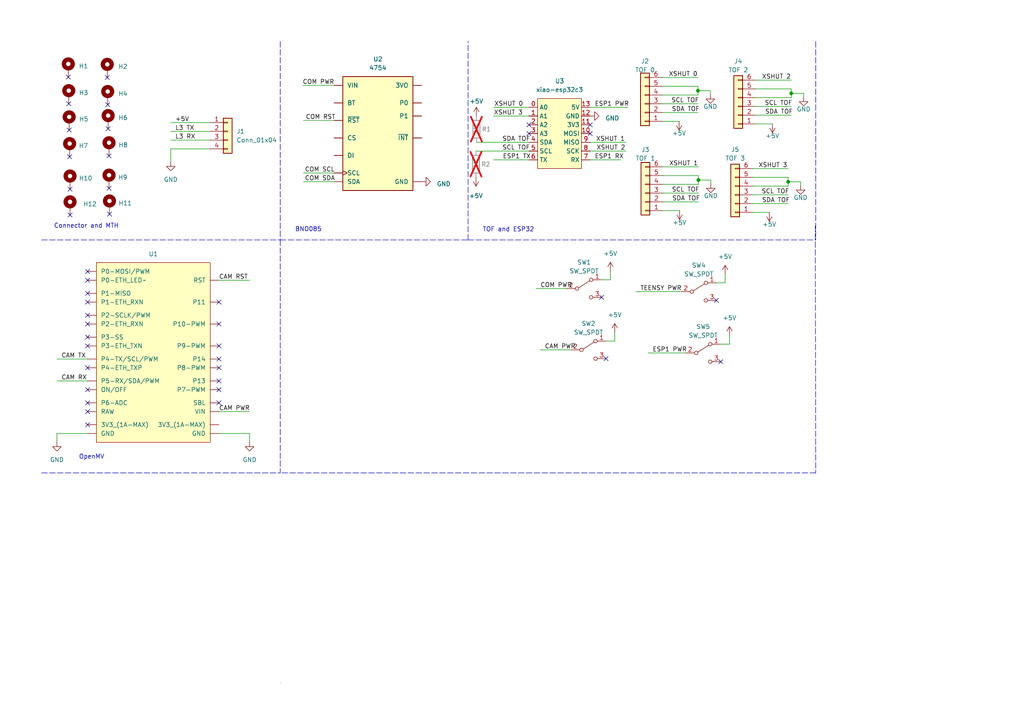
<source format=kicad_sch>
(kicad_sch (version 20231120) (generator "eeschema") (generator_version "8.0")
  (paper "A4")
  (lib_symbols
    (symbol "Connector_Generic:Conn_01x04" (pin_names (offset 1.016) hide)
      (property "Reference" "J" (at 0 5.08 0))
      (property "Value" "Conn_01x04" (at 0 -7.62 0))
      (symbol "Conn_01x04_1_1"
        (rectangle (start -1.27 -4.953) (end 0 -5.207) (stroke (width 0.1524)))
        (rectangle (start -1.27 -2.413) (end 0 -2.667) (stroke (width 0.1524)))
        (rectangle (start -1.27 0.127) (end 0 -0.127) (stroke (width 0.1524)))
        (rectangle (start -1.27 2.667) (end 0 2.413) (stroke (width 0.1524)))
        (rectangle (start -1.27 3.81) (end 1.27 -6.35) (stroke (width 0.254)) (fill (type background)))
        (pin passive line (at -5.08 2.54 0) (length 3.81) (name "Pin_1") (number "1"))
        (pin passive line (at -5.08 0 0) (length 3.81) (name "Pin_2") (number "2"))
        (pin passive line (at -5.08 -2.54 0) (length 3.81) (name "Pin_3") (number "3"))
        (pin passive line (at -5.08 -5.08 0) (length 3.81) (name "Pin_4") (number "4"))
      )
    )
    (symbol "Connector_Generic:Conn_01x06" (pin_names (offset 1.016) hide)
      (property "Reference" "J" (at 0 7.62 0))
      (property "Value" "Conn_01x06" (at 0 -10.16 0))
      (symbol "Conn_01x06_1_1"
        (rectangle (start -1.27 -7.493) (end 0 -7.747) (stroke (width 0.1524)))
        (rectangle (start -1.27 -4.953) (end 0 -5.207) (stroke (width 0.1524)))
        (rectangle (start -1.27 -2.413) (end 0 -2.667) (stroke (width 0.1524)))
        (rectangle (start -1.27 0.127) (end 0 -0.127) (stroke (width 0.1524)))
        (rectangle (start -1.27 2.667) (end 0 2.413) (stroke (width 0.1524)))
        (rectangle (start -1.27 5.207) (end 0 4.953) (stroke (width 0.1524)))
        (rectangle (start -1.27 6.35) (end 1.27 -8.89) (stroke (width 0.254)) (fill (type background)))
        (pin passive line (at -5.08 5.08 0) (length 3.81) (name "Pin_1") (number "1"))
        (pin passive line (at -5.08 2.54 0) (length 3.81) (name "Pin_2") (number "2"))
        (pin passive line (at -5.08 0 0) (length 3.81) (name "Pin_3") (number "3"))
        (pin passive line (at -5.08 -2.54 0) (length 3.81) (name "Pin_4") (number "4"))
        (pin passive line (at -5.08 -5.08 0) (length 3.81) (name "Pin_5") (number "5"))
        (pin passive line (at -5.08 -7.62 0) (length 3.81) (name "Pin_6") (number "6"))
      )
    )
    (symbol "Device:R" (pin_numbers hide) (pin_names (offset 0))
      (property "Reference" "R" (at 2.032 0 90))
      (property "Value" "R" (at 0 0 90))
      (symbol "R_0_1"
        (rectangle (start -1.016 -2.54) (end 1.016 2.54) (stroke (width 0.254)))
      )
      (symbol "R_1_1"
        (pin passive line (at 0 3.81 270) (length 1.27) (name "~") (number "1"))
        (pin passive line (at 0 -3.81 90) (length 1.27) (name "~") (number "2"))
      )
    )
    (symbol "GND_1" (power) (pin_numbers hide) (pin_names (offset 0) hide)
      (property "Value" "GND" (at 0 -3.81 0))
      (symbol "GND_1_0_1"
        (polyline (pts (xy 0 0) (xy 0 -1.27) (xy 1.27 -1.27) (xy 0 -2.54) (xy -1.27 -1.27) (xy 0 -1.27)))
      )
      (symbol "GND_1_1_1"
        (pin power_in line (at 0 0 270) (length 0) (name "~") (number "1"))
      )
    )
    (symbol "Mechanical:MountingHole_Pad" (pin_numbers hide) (pin_names (offset 1.016) hide)
      (property "Reference" "H" (at 0 6.35 0))
      (property "Value" "MountingHole_Pad" (at 0 4.445 0))
      (symbol "MountingHole_Pad_0_1"
        (circle (center 0 1.27) (radius 1.27) (stroke (width 1.27)))
      )
      (symbol "MountingHole_Pad_1_1"
        (pin input line (at 0 -2.54 90) (length 2.54) (name "1") (number "1"))
      )
    )
    (symbol "Switch:SW_SPDT" (pin_names (offset 0) hide)
      (property "Reference" "SW" (at 0 4.318 0))
      (property "Value" "SW_SPDT" (at 0 -5.08 0))
      (symbol "SW_SPDT_0_0"
        (circle (center -2.032 0) (radius 0.508))
        (circle (center 2.032 -2.54) (radius 0.508))
      )
      (symbol "SW_SPDT_0_1"
        (polyline (pts (xy -1.524 0.254) (xy 1.651 2.286)))
        (circle (center 2.032 2.54) (radius 0.508))
      )
      (symbol "SW_SPDT_1_1"
        (pin passive line (at 5.08 2.54 180) (length 2.54) (name "A") (number "1"))
        (pin passive line (at -5.08 0 0) (length 2.54) (name "B") (number "2"))
        (pin passive line (at 5.08 -2.54 180) (length 2.54) (name "C") (number "3"))
      )
    )
    (symbol "power:+5V" (power) (pin_names (offset 0))
      (property "Value" "+5V" (at 0 3.556 0))
      (symbol "+5V_0_1"
        (polyline (pts (xy -0.762 1.27) (xy 0 2.54)))
        (polyline (pts (xy 0 0) (xy 0 2.54)))
        (polyline (pts (xy 0 2.54) (xy 0.762 1.27)))
      )
      (symbol "+5V_1_1"
        (pin power_in line (at 0 0 90) (length 0) hide (name "+5V") (number "1"))
      )
    )
    (symbol "power:GND" (power) (pin_names (offset 0))
      (property "Value" "GND" (at 0 -3.81 0))
      (symbol "GND_0_1"
        (polyline (pts (xy 0 0) (xy 0 -1.27) (xy 1.27 -1.27) (xy 0 -2.54) (xy -1.27 -1.27) (xy 0 -1.27)))
      )
      (symbol "GND_1_1"
        (pin power_in line (at 0 0 270) (length 0) hide (name "GND") (number "1"))
      )
    )
    (symbol "vincent:4754" (pin_numbers hide) (pin_names (offset 1.27))
      (property "Reference" "U" (at -10.16 16.002 0))
      (property "Value" "4754" (at -10.16 -20.32 0))
      (symbol "4754_0_0"
        (rectangle (start -10.16 15.24) (end 10.16 -17.78) (stroke (width 0.254)) (fill (type background)))
      )
      (symbol "4754_1_0"
        (pin input line (at -12.7 12.7 0) (length 2.54) (name "VIN") (number "JP1_1"))
        (pin output line (at 12.7 12.7 180) (length 2.54) (name "3VO") (number "JP1_2"))
        (pin power_in line (at 12.7 -15.24 180) (length 2.54) (name "GND") (number "JP1_3"))
        (pin bidirectional clock (at -12.7 -12.7 0) (length 2.54) (name "SCL") (number "JP1_4"))
        (pin bidirectional line (at -12.7 -15.24 0) (length 2.54) (name "SDA") (number "JP1_5"))
        (pin output line (at 12.7 -2.54 180) (length 2.54) (name "~{INT}") (number "JP1_6"))
        (pin input line (at -12.7 7.62 0) (length 2.54) (name "BT") (number "JP2_1"))
        (pin bidirectional line (at 12.7 7.62 180) (length 2.54) (name "P0") (number "JP2_2"))
        (pin bidirectional line (at 12.7 3.81 180) (length 2.54) (name "P1") (number "JP2_3"))
        (pin input line (at -12.7 2.54 0) (length 2.54) (name "~{RST}") (number "JP2_4"))
        (pin input line (at -12.7 -7.62 0) (length 2.54) (name "DI") (number "JP2_5"))
        (pin input line (at -12.7 -2.54 0) (length 2.54) (name "CS") (number "JP2_6"))
      )
    )
    (symbol "vincent:OpenMV_RT" (pin_numbers hide) (pin_names (offset 1.27)) (in_bom no)
      (property "Reference" "U" (at -15.24 1.27 0))
      (symbol "OpenMV_RT_0_0"
        (rectangle (start -16.51 0) (end 16.51 -52.07) (stroke (width 0.1524)) (fill (type background)))
      )
      (symbol "OpenMV_RT_1_1"
        (pin input line (at -19.05 -2.54 0) (length 2.54) (name "P0-MOSI/PWM") (number "0"))
        (pin input line (at -19.05 -5.08 0) (length 2.54) (name "P0-ETH_LED") (number "1"))
        (pin input line (at -19.05 -34.29 0) (length 2.54) (name "P5-RX/SDA/PWM") (number "10"))
        (pin input line (at -19.05 -36.83 0) (length 2.54) (name "ON/OFF") (number "11"))
        (pin input line (at -19.05 -40.64 0) (length 2.54) (name "P6-ADC") (number "12"))
        (pin input line (at -19.05 -43.18 0) (length 2.54) (name "RAW") (number "13"))
        (pin power_out line (at -19.05 -46.99 0) (length 2.54) (name "3V3_(1A-MAX)") (number "14"))
        (pin power_in line (at -19.05 -49.53 0) (length 2.54) (name "GND") (number "15"))
        (pin input line (at 19.05 -2.54 180) (length 2.54) hide (name "NC") (number "16"))
        (pin input line (at 19.05 -5.08 180) (length 2.54) (name "RST") (number "17"))
        (pin input line (at 19.05 -8.89 180) (length 2.54) hide (name "NC") (number "18"))
        (pin input line (at 19.05 -11.43 180) (length 2.54) (name "P11") (number "19"))
        (pin input line (at -19.05 -8.89 0) (length 2.54) (name "P1-MISO") (number "2"))
        (pin input line (at 19.05 -15.24 180) (length 2.54) hide (name "NC") (number "20"))
        (pin input line (at 19.05 -17.78 180) (length 2.54) (name "P10-PWM") (number "21"))
        (pin input line (at 19.05 -21.59 180) (length 2.54) hide (name "NC") (number "22"))
        (pin input line (at 19.05 -24.13 180) (length 2.54) (name "P9-PWM") (number "23"))
        (pin input line (at 19.05 -27.94 180) (length 2.54) (name "P14") (number "24"))
        (pin input line (at 19.05 -30.48 180) (length 2.54) (name "P8-PWM") (number "25"))
        (pin input line (at 19.05 -34.29 180) (length 2.54) (name "P13") (number "26"))
        (pin input line (at 19.05 -36.83 180) (length 2.54) (name "P7-PWM") (number "27"))
        (pin input line (at 19.05 -40.64 180) (length 2.54) (name "SBL") (number "28"))
        (pin power_in line (at 19.05 -43.18 180) (length 2.54) (name "VIN") (number "29"))
        (pin input line (at -19.05 -11.43 0) (length 2.54) (name "P1-ETH_RXN") (number "3"))
        (pin power_out line (at 19.05 -46.99 180) (length 2.54) (name "3V3_(1A-MAX)") (number "30"))
        (pin power_in line (at 19.05 -49.53 180) (length 2.54) (name "GND") (number "31"))
        (pin input line (at -19.05 -15.24 0) (length 2.54) (name "P2-SCLK/PWM") (number "4"))
        (pin input line (at -19.05 -17.78 0) (length 2.54) (name "P2-ETH_RXN") (number "5"))
        (pin input line (at -19.05 -21.59 0) (length 2.54) (name "P3-SS") (number "6"))
        (pin input line (at -19.05 -24.13 0) (length 2.54) (name "P3-ETH_TXN") (number "7"))
        (pin input line (at -19.05 -27.94 0) (length 2.54) (name "P4-TX/SCL/PWM") (number "8"))
        (pin input line (at -19.05 -30.48 0) (length 2.54) (name "P4-ETH_TXP") (number "9"))
      )
    )
    (symbol "vincent:xiao-esp32c3"
      (property "Reference" "U" (at -5.08 1.27 0))
      (property "Value" "xiao-esp32c3" (at 0 -21.59 0))
      (symbol "xiao-esp32c3_1_1"
        (rectangle (start -6.35 0) (end 6.35 -20.32) (fill (type background)))
        (pin input line (at -8.89 -2.54 0) (length 2.54) (name "A0") (number "0"))
        (pin input line (at -8.89 -5.08 0) (length 2.54) (name "A1") (number "1"))
        (pin bidirectional line (at 8.89 -10.16 180) (length 2.54) (name "MOSI") (number "10"))
        (pin bidirectional line (at 8.89 -7.62 180) (length 2.54) (name "3V3") (number "11"))
        (pin bidirectional line (at 8.89 -5.08 180) (length 2.54) (name "GND") (number "12"))
        (pin bidirectional line (at 8.89 -2.54 180) (length 2.54) (name "5V") (number "13"))
        (pin input line (at -8.89 -7.62 0) (length 2.54) (name "A2") (number "2"))
        (pin input line (at -8.89 -10.16 0) (length 2.54) (name "A3") (number "3"))
        (pin bidirectional line (at -8.89 -12.7 0) (length 2.54) (name "SDA") (number "4"))
        (pin bidirectional line (at -8.89 -15.24 0) (length 2.54) (name "SCL") (number "5"))
        (pin bidirectional line (at -8.89 -17.78 0) (length 2.54) (name "TX") (number "6"))
        (pin bidirectional line (at 8.89 -17.78 180) (length 2.54) (name "RX") (number "7"))
        (pin bidirectional line (at 8.89 -15.24 180) (length 2.54) (name "SCK") (number "8"))
        (pin bidirectional line (at 8.89 -12.7 180) (length 2.54) (name "MISO") (number "9"))
      )
    )
  )
  (junction (at 228.6 52.7323))
  (junction (at 202.565 52.2243))
  (junction (at 202.438 26.3163))
  (junction (at 229.489 27.0783))
  (no_connect (at 25.4 85.09))
  (no_connect (at 63.5 93.98))
  (no_connect (at 20.066 37.719))
  (no_connect (at 25.4 106.68))
  (no_connect (at 25.4 78.74))
  (no_connect (at 25.4 81.28))
  (no_connect (at 31.623 54.61))
  (no_connect (at 25.4 100.33))
  (no_connect (at 63.5 100.33))
  (no_connect (at 25.4 119.38))
  (no_connect (at 63.5 106.68))
  (no_connect (at 63.5 104.14))
  (no_connect (at 20.193 45.466))
  (no_connect (at 31.75 62.103))
  (no_connect (at 25.4 116.84))
  (no_connect (at 19.812 22.352))
  (no_connect (at 63.5 110.49))
  (no_connect (at 153.416 36.195))
  (no_connect (at 63.5 87.63))
  (no_connect (at 63.5 116.84))
  (no_connect (at 31.623 45.212))
  (no_connect (at 171.196 38.735))
  (no_connect (at 25.4 123.19))
  (no_connect (at 20.32 54.864))
  (no_connect (at 20.32 62.357))
  (no_connect (at 31.115 22.479))
  (no_connect (at 207.772 87.122))
  (no_connect (at 171.196 36.195))
  (no_connect (at 31.369 37.338))
  (no_connect (at 25.4 87.63))
  (no_connect (at 25.4 91.44))
  (no_connect (at 19.939 30.099))
  (no_connect (at 174.498 86.233))
  (no_connect (at 25.4 93.98))
  (no_connect (at 25.4 97.79))
  (no_connect (at 31.242 30.353))
  (no_connect (at 153.416 38.735))
  (no_connect (at 63.5 113.03))
  (no_connect (at 175.768 104.013))
  (no_connect (at 25.4 113.03))
  (no_connect (at 209.042 104.902))
  (wire (pts (xy 192.151 27.559) (xy 202.438 27.559)))
  (wire (pts (xy 202.438 25.019) (xy 202.438 26.3163)))
  (wire (pts (xy 207.772 82.042) (xy 210.312 82.042)))
  (wire (pts (xy 202.438 26.3163) (xy 202.438 27.559)))
  (wire (pts (xy 192.151 30.099) (xy 202.438 30.099)))
  (polyline (pts (xy 81.4078 197.9982) (xy 81.4118 197.9982)))
  (wire (pts (xy 72.39 125.73) (xy 72.39 128.27)))
  (wire (pts (xy 171.196 43.815) (xy 181.483 43.815)))
  (wire (pts (xy 63.5 125.73) (xy 72.39 125.73)))
  (wire (pts (xy 192.151 22.479) (xy 202.438 22.479)))
  (wire (pts (xy 155.448 83.693) (xy 164.338 83.693)))
  (wire (pts (xy 202.438 26.3163) (xy 206.0408 26.3163)))
  (wire (pts (xy 218.313 59.055) (xy 228.6 59.055)))
  (wire (pts (xy 49.53 43.18) (xy 60.96 43.18)))
  (wire (pts (xy 60.96 35.56) (xy 49.53 35.56)))
  (wire (pts (xy 192.151 32.639) (xy 202.438 32.639)))
  (wire (pts (xy 138.049 43.815) (xy 153.416 43.815)))
  (wire (pts (xy 219.202 30.861) (xy 229.489 30.861)))
  (wire (pts (xy 218.313 51.435) (xy 228.6 51.435)))
  (wire (pts (xy 192.151 35.179) (xy 196.977 35.179)))
  (wire (pts (xy 229.489 27.0783) (xy 233.0918 27.0783)))
  (wire (pts (xy 228.6 51.435) (xy 228.6 52.7323)))
  (wire (pts (xy 60.96 40.64) (xy 49.53 40.64)))
  (wire (pts (xy 49.53 43.18) (xy 49.53 46.99)))
  (polyline (pts (xy 135.763 12.065) (xy 135.763 12.065)))
  (polyline (pts (xy 135.763 69.596) (xy 135.763 12.065)) (stroke (width 0) (type dash)))
  (wire (pts (xy 60.96 38.1) (xy 49.53 38.1)))
  (wire (pts (xy 206.1678 52.2243) (xy 206.1678 53.3486)))
  (wire (pts (xy 228.6 52.7323) (xy 228.6 53.975)))
  (wire (pts (xy 192.151 25.019) (xy 202.438 25.019)))
  (polyline (pts (xy 81.28 69.596) (xy 81.28 69.596)))
  (wire (pts (xy 16.51 104.14) (xy 25.4 104.14)))
  (wire (pts (xy 219.202 35.941) (xy 224.028 35.941)))
  (wire (pts (xy 88.011 50.165) (xy 96.901 50.165)))
  (polyline (pts (xy 236.474 65.532) (xy 236.601 137.16)) (stroke (width 0) (type dash)))
  (wire (pts (xy 202.565 52.2243) (xy 202.565 53.467)))
  (wire (pts (xy 219.202 25.781) (xy 229.489 25.781)))
  (polyline (pts (xy 236.601 12.065) (xy 236.601 69.596)) (stroke (width 0) (type dash)))
  (wire (pts (xy 233.0918 27.0783) (xy 233.0918 28.2026)))
  (wire (pts (xy 218.313 56.515) (xy 228.6 56.515)))
  (wire (pts (xy 171.196 41.275) (xy 181.483 41.275)))
  (wire (pts (xy 25.4 125.73) (xy 16.51 125.73)))
  (wire (pts (xy 219.202 23.241) (xy 229.489 23.241)))
  (wire (pts (xy 187.96 102.362) (xy 198.882 102.362)))
  (wire (pts (xy 177.038 78.613) (xy 177.038 81.153)))
  (wire (pts (xy 184.404 84.582) (xy 197.612 84.582)))
  (wire (pts (xy 143.129 46.355) (xy 153.416 46.355)))
  (polyline (pts (xy 12.065 69.596) (xy 81.28 69.596)) (stroke (width 0) (type dash)))
  (wire (pts (xy 218.313 61.595) (xy 223.139 61.595)))
  (wire (pts (xy 218.313 48.895) (xy 228.6 48.895)))
  (wire (pts (xy 192.278 58.547) (xy 202.565 58.547)))
  (wire (pts (xy 87.757 24.765) (xy 96.901 24.765)))
  (polyline (pts (xy 81.28 69.596) (xy 135.763 69.596)) (stroke (width 0) (type dash)))
  (polyline (pts (xy 236.601 137.16) (xy 81.28 137.16)) (stroke (width 0) (type dash)))
  (wire (pts (xy 63.5 119.38) (xy 72.39 119.38)))
  (wire (pts (xy 174.498 81.153) (xy 177.038 81.153)))
  (wire (pts (xy 219.202 33.401) (xy 229.489 33.401)))
  (wire (pts (xy 229.489 27.0783) (xy 229.489 28.321)))
  (wire (pts (xy 219.202 28.321) (xy 229.489 28.321)))
  (wire (pts (xy 63.5 81.28) (xy 72.39 81.28)))
  (wire (pts (xy 88.011 34.925) (xy 96.901 34.925)))
  (wire (pts (xy 218.313 53.975) (xy 228.6 53.975)))
  (wire (pts (xy 138.176 41.275) (xy 153.416 41.275)))
  (wire (pts (xy 156.718 101.473) (xy 165.608 101.473)))
  (polyline (pts (xy 81.28 12.065) (xy 81.28 69.469)) (stroke (width 0) (type dash)))
  (wire (pts (xy 206.0408 26.3163) (xy 206.0408 27.4406)))
  (polyline (pts (xy 81.28 69.596) (xy 81.28 137.16)) (stroke (width 0) (type dash)))
  (wire (pts (xy 202.565 50.927) (xy 202.565 52.2243)))
  (wire (pts (xy 153.416 33.655) (xy 143.129 33.655)))
  (wire (pts (xy 171.196 31.115) (xy 182.118 31.115)))
  (wire (pts (xy 202.565 52.2243) (xy 206.1678 52.2243)))
  (wire (pts (xy 171.196 46.355) (xy 180.086 46.355)))
  (wire (pts (xy 178.308 96.393) (xy 178.308 98.933)))
  (wire (pts (xy 192.278 48.387) (xy 202.565 48.387)))
  (wire (pts (xy 229.489 25.781) (xy 229.489 27.0783)))
  (wire (pts (xy 228.6 52.7323) (xy 232.2028 52.7323)))
  (wire (pts (xy 88.011 52.705) (xy 96.901 52.705)))
  (wire (pts (xy 192.278 56.007) (xy 202.565 56.007)))
  (wire (pts (xy 16.51 125.73) (xy 16.51 128.27)))
  (wire (pts (xy 192.278 61.087) (xy 197.104 61.087)))
  (wire (pts (xy 209.042 99.822) (xy 211.582 99.822)))
  (wire (pts (xy 210.312 79.502) (xy 210.312 82.042)))
  (wire (pts (xy 153.416 31.115) (xy 143.129 31.115)))
  (polyline (pts (xy 12.065 137.16) (xy 81.28 137.16)) (stroke (width 0) (type dash)))
  (wire (pts (xy 192.278 50.927) (xy 202.565 50.927)))
  (polyline (pts (xy 135.763 69.596) (xy 236.601 69.596)) (stroke (width 0) (type dash)))
  (wire (pts (xy 16.51 110.49) (xy 25.4 110.49)))
  (wire (pts (xy 211.582 97.282) (xy 211.582 99.822)))
  (wire (pts (xy 232.2028 52.7323) (xy 232.2028 53.8566)))
  (wire (pts (xy 192.278 53.467) (xy 202.565 53.467)))
  (wire (pts (xy 175.768 98.933) (xy 178.308 98.933)))
  (text "BNO085" (at 85.5565 67.3701 0) (effects (font (size 1.27 1.27)) (justify left bottom)))
  (text "TOF and ESP32" (at 139.9649 67.4108 0) (effects (font (size 1.27 1.27)) (justify left bottom)))
  (text "OpenMV" (at 22.86 133.35 0) (effects (font (size 1.27 1.27)) (justify left bottom)))
  (text "Connector and MTH" (at 15.6162 66.3764 0) (effects (font (size 1.27 1.27)) (justify left bottom)))
  (label "XSHUT 1" (at 172.847 41.275 0))
  (label "SCL TOF" (at 194.691 30.099 0))
  (label "SDA TOF" (at 145.669 41.275 0))
  (label "ESP1 PWR" (at 172.466 31.115 0))
  (label "SDA TOF" (at 221.869 33.401 0))
  (label "COM SDA" (at 88.392 52.705 0))
  (label "CAM RX" (at 17.78 110.49 0))
  (label "SDA TOF" (at 220.98 59.055 0))
  (label "L3 TX" (at 50.8 38.1 0))
  (label "XSHUT 2" (at 220.98 23.241 0))
  (label "CAM PWR" (at 157.988 101.473 0))
  (label "SCL TOF" (at 221.742 30.861 0))
  (label "CAM RST" (at 63.5 81.28 0))
  (label "XSHUT 2" (at 172.974 43.815 0))
  (label "COM SCL" (at 88.392 50.165 0))
  (label "CAM PWR" (at 63.5 119.38 0))
  (label "ESP1 PWR" (at 189.23 102.362 0))
  (label "CAM TX" (at 17.78 104.14 0))
  (label "XSHUT 1" (at 194.056 48.387 0))
  (label "SDA TOF" (at 194.945 58.547 0))
  (label "COM PWR" (at 156.718 83.693 0))
  (label "ESP1 TX" (at 145.796 46.355 0))
  (label "XSHUT 0" (at 193.929 22.479 0))
  (label "COM PWR" (at 87.757 24.765 0))
  (label "SDA TOF" (at 194.818 32.639 0))
  (label "XSHUT 0" (at 151.765 31.115 180))
  (label "+5V" (at 50.8 35.56 0))
  (label "L3 RX" (at 50.8 40.64 0))
  (label "COM RST" (at 88.646 34.925 0))
  (label "SCL TOF" (at 220.853 56.515 0))
  (label "TEENSY PWR" (at 185.674 84.582 0))
  (label "XSHUT 3" (at 219.964 48.895 0))
  (label "SCL TOF" (at 145.669 43.815 0))
  (label "XSHUT 3" (at 151.638 33.655 180))
  (label "SCL TOF" (at 194.818 56.007 0))
  (label "ESP1 RX" (at 172.466 46.355 0))
  (symbol (lib_id "power:+5V") (at 177.038 78.613 0) (unit 1)
    (property "Reference" "#PWR02" (effects (hide yes)))
    (property "Value" "+5V" (at 177.038 73.533 0))
  )
  (symbol (lib_id "power:GND") (at 16.51 128.27 0) (mirror y) (unit 1)
    (property "Reference" "#PWR013" (effects (hide yes)))
    (property "Value" "GND" (at 16.51 133.35 0))
  )
  (symbol (lib_id "power:+5V") (at 224.028 35.941 0) (mirror x) (unit 1)
    (property "Reference" "#PWR024" (effects (hide yes)))
    (property "Value" "+5V" (at 224.028 39.4029 0))
  )
  (symbol (lib_id "power:+5V") (at 197.104 61.087 0) (mirror x) (unit 1)
    (property "Reference" "#PWR025" (effects (hide yes)))
    (property "Value" "+5V" (at 197.104 64.5489 0))
  )
  (symbol (lib_id "power:GND") (at 171.196 33.655 90) (unit 1)
    (property "Reference" "#PWR04" (effects (hide yes)))
    (property "Value" "GND" (at 175.5424 34.29 90) (effects (justify right)))
  )
  (symbol (lib_id "Mechanical:MountingHole_Pad") (at 31.115 19.939 0) (unit 1)
    (property "Reference" "H2" (at 34.26 19.304 0) (effects (justify left)))
    (property "Value" "MountingHole_Pad" (effects (hide yes)))
    (property "Footprint" "MountingHole:MountingHole_3.2mm_M3_Pad_Via" (effects (hide yes)))
  )
  (symbol (lib_id "Mechanical:MountingHole_Pad") (at 31.75 59.563 0) (unit 1)
    (property "Reference" "H11" (at 34.3288 58.928 0) (effects (justify left)))
    (property "Value" "MountingHole_Pad" (effects (hide yes)))
    (property "Footprint" "MountingHole:MountingHole_3.2mm_M3_Pad_Via" (effects (hide yes)))
  )
  (symbol (lib_id "Mechanical:MountingHole_Pad") (at 19.812 19.812 0) (unit 1)
    (property "Reference" "H1" (at 22.843 19.177 0) (effects (justify left)))
    (property "Value" "MountingHole_Pad" (effects (hide yes)))
    (property "Footprint" "MountingHole:MountingHole_3.2mm_M3_Pad_Via" (effects (hide yes)))
  )
  (symbol (lib_id "Mechanical:MountingHole_Pad") (at 31.242 27.813 0) (unit 1)
    (property "Reference" "H4" (at 34.286 27.178 0) (effects (justify left)))
    (property "Value" "MountingHole_Pad" (effects (hide yes)))
    (property "Footprint" "MountingHole:MountingHole_3.2mm_M3_Pad_Via" (effects (hide yes)))
  )
  (symbol (lib_id "vincent:4754") (at 109.601 37.465 0) (unit 1)
    (property "Reference" "U2" (at 109.601 17.145 0))
    (property "Value" "4754" (at 109.601 19.685 0))
    (property "Footprint" "2024l3:bno085" (effects (hide yes)))
  )
  (symbol (lib_id "Mechanical:MountingHole_Pad") (at 20.32 52.324 0) (unit 1)
    (property "Reference" "H10" (at 22.86 51.689 0) (effects (justify left)))
    (property "Value" "MountingHole_Pad" (effects (hide yes)))
    (property "Footprint" "MountingHole:MountingHole_3.2mm_M3_Pad_Via" (effects (hide yes)))
  )
  (symbol (lib_id "Connector_Generic:Conn_01x04") (at 66.04 38.1 0) (unit 1)
    (property "Reference" "J1" (at 68.58 38.0999 0) (effects (justify left)))
    (property "Value" "Conn_01x04" (at 68.58 40.6399 0) (effects (justify left)))
    (property "Footprint" "Connector_JST:JST_XH_S4B-XH-A_1x04_P2.50mm_Horizontal" (effects (hide yes)))
    (property "Description" "Generic connector, single row, 01x04, script generated (kicad-library-utils/schlib/autogen/connector/)" (effects (hide yes)))
  )
  (symbol (lib_id "power:GND") (at 233.0918 28.2026 0) (mirror y) (unit 1)
    (property "Reference" "#PWR021" (effects (hide yes)))
    (property "Value" "GND" (at 233.0918 31.6645 0))
  )
  (symbol (lib_id "vincent:xiao-esp32c3") (at 162.306 28.575 0) (unit 1)
    (property "Reference" "U3" (at 162.306 23.495 0))
    (property "Value" "xiao-esp32c3" (at 162.306 26.035 0))
    (property "Footprint" "2024l3:xiao-esp32c3" (effects (hide yes)))
    (property "Datasheet" "https://files.seeedstudio.com/wiki/XIAO_WiFi/Resources/esp32-c3_datasheet.pdf" (effects (hide yes)))
  )
  (symbol (lib_id "Device:R") (at 138.049 47.625 0) (unit 1) (dnp yes)
    (property "Reference" "R2" (at 139.5419 47.6659 0) (effects (justify left)))
    (property "Value" "1K" (at 138.0371 48.8932 90) (effects (justify left)))
    (property "Footprint" "2024l3:res0603" (effects (hide yes)))
    (property "LCSC" "C21190" (effects (hide yes)))
  )
  (symbol (lib_id "power:+5V") (at 178.308 96.393 0) (unit 1)
    (property "Reference" "#PWR05" (effects (hide yes)))
    (property "Value" "+5V" (at 178.308 91.313 0))
  )
  (symbol (lib_id "vincent:OpenMV_RT") (at 44.45 76.2 0) (unit 1) (in_bom no)
    (property "Reference" "U1" (at 44.45 73.66 0))
    (property "Value" "~" (at 41.91 81.28 0))
    (property "Footprint" "2024l3:OpenMV_RT" (effects (hide yes)))
  )
  (symbol (lib_id "power:+5V") (at 138.176 33.655 0) (unit 1)
    (property "Reference" "#PWR018" (effects (hide yes)))
    (property "Value" "+5V" (at 138.176 29.3825 0))
  )
  (symbol (lib_id "Mechanical:MountingHole_Pad") (at 31.623 42.672 0) (unit 1)
    (property "Reference" "H8" (at 34.3344 42.037 0) (effects (justify left)))
    (property "Value" "MountingHole_Pad" (effects (hide yes)))
    (property "Footprint" "MountingHole:MountingHole_3.2mm_M3_Pad_Via" (effects (hide yes)))
  )
  (symbol (lib_id "Device:R") (at 138.176 37.465 0) (unit 1) (dnp yes)
    (property "Reference" "R1" (at 139.7227 37.4786 0) (effects (justify left)))
    (property "Value" "1K" (at 138.1058 38.8487 90) (effects (justify left)))
    (property "Footprint" "2024l3:res0603" (effects (hide yes)))
    (property "LCSC" "C21190" (effects (hide yes)))
  )
  (symbol (lib_id "Mechanical:MountingHole_Pad") (at 31.369 34.798 0) (unit 1)
    (property "Reference" "H6" (at 34.3161 34.163 0) (effects (justify left)))
    (property "Value" "MountingHole_Pad" (effects (hide yes)))
    (property "Footprint" "MountingHole:MountingHole_3.2mm_M3_Pad_Via" (effects (hide yes)))
  )
  (symbol (lib_id "Mechanical:MountingHole_Pad") (at 31.623 52.07 0) (unit 1)
    (property "Reference" "H9" (at 34.2433 51.435 0) (effects (justify left)))
    (property "Value" "MountingHole_Pad" (effects (hide yes)))
    (property "Footprint" "MountingHole:MountingHole_3.2mm_M3_Pad_Via" (effects (hide yes)))
  )
  (symbol (lib_id "Mechanical:MountingHole_Pad") (at 20.066 35.179 0) (unit 1)
    (property "Reference" "H5" (at 22.8991 34.544 0) (effects (justify left)))
    (property "Value" "MountingHole_Pad" (effects (hide yes)))
    (property "Footprint" "MountingHole:MountingHole_3.2mm_M3_Pad_Via" (effects (hide yes)))
  )
  (symbol (lib_id "power:+5V") (at 223.139 61.595 0) (mirror x) (unit 1)
    (property "Reference" "#PWR026" (effects (hide yes)))
    (property "Value" "+5V" (at 223.139 65.0569 0))
  )
  (symbol (lib_id "Connector_Generic:Conn_01x06") (at 213.233 56.515 180) (unit 1)
    (property "Reference" "J5" (at 213.233 43.3791 0))
    (property "Value" "TOF 3" (at 213.233 45.9191 0))
    (property "Footprint" "Connector_JST:JST_XH_B6B-XH-A_1x06_P2.50mm_Vertical" (effects (hide yes)))
  )
  (symbol (lib_id "power:+5V") (at 196.977 35.179 0) (mirror x) (unit 1)
    (property "Reference" "#PWR09" (effects (hide yes)))
    (property "Value" "+5V" (at 196.977 38.6409 0))
  )
  (symbol (lib_id "Connector_Generic:Conn_01x06") (at 187.198 56.007 180) (unit 1)
    (property "Reference" "J3" (at 187.198 43.3996 0))
    (property "Value" "TOF 1" (at 187.198 45.9396 0))
    (property "Footprint" "Connector_JST:JST_XH_B6B-XH-A_1x06_P2.50mm_Vertical" (effects (hide yes)))
  )
  (symbol (lib_name "GND_1") (lib_id "power:GND") (at 49.53 46.99 0) (unit 1)
    (property "Reference" "#PWR03" (effects (hide yes)))
    (property "Value" "GND" (at 49.53 52.07 0))
    (property "Description" "Power symbol creates a global label with name \"GND\" , ground" (effects (hide yes)))
  )
  (symbol (lib_id "power:+5V") (at 138.049 51.435 180) (unit 1)
    (property "Reference" "#PWR017" (effects (hide yes)))
    (property "Value" "+5V" (at 138.049 56.7962 0))
  )
  (symbol (lib_id "Switch:SW_SPDT") (at 202.692 84.582 0) (unit 1)
    (property "Reference" "SW4" (at 202.692 76.962 0))
    (property "Value" "SW_SPDT" (at 202.692 79.502 0))
    (property "Footprint" "2024l3:SS12D00G3" (effects (hide yes)))
  )
  (symbol (lib_id "power:GND") (at 72.39 128.27 0) (unit 1)
    (property "Reference" "#PWR08" (effects (hide yes)))
    (property "Value" "GND" (at 72.39 133.35 0))
  )
  (symbol (lib_id "Switch:SW_SPDT") (at 169.418 83.693 0) (unit 1)
    (property "Reference" "SW1" (at 169.418 76.073 0))
    (property "Value" "SW_SPDT" (at 169.418 78.613 0))
    (property "Footprint" "2024l3:SS12D00G3" (effects (hide yes)))
  )
  (symbol (lib_id "Connector_Generic:Conn_01x06") (at 214.122 30.861 180) (unit 1)
    (property "Reference" "J4" (at 214.122 17.7525 0))
    (property "Value" "TOF 2" (at 214.122 20.2925 0))
    (property "Footprint" "Connector_JST:JST_XH_B6B-XH-A_1x06_P2.50mm_Vertical" (effects (hide yes)))
  )
  (symbol (lib_id "power:GND") (at 232.2028 53.8566 0) (mirror y) (unit 1)
    (property "Reference" "#PWR022" (effects (hide yes)))
    (property "Value" "GND" (at 232.2028 57.3185 0))
  )
  (symbol (lib_id "Switch:SW_SPDT") (at 170.688 101.473 0) (unit 1)
    (property "Reference" "SW2" (at 170.688 93.853 0))
    (property "Value" "SW_SPDT" (at 170.688 96.393 0))
    (property "Footprint" "2024l3:SS12D00G3" (effects (hide yes)))
  )
  (symbol (lib_id "Connector_Generic:Conn_01x06") (at 187.071 30.099 180) (unit 1)
    (property "Reference" "J2" (at 187.071 17.7471 0))
    (property "Value" "TOF 0" (at 187.071 20.2871 0))
    (property "Footprint" "Connector_JST:JST_XH_B6B-XH-A_1x06_P2.50mm_Vertical" (effects (hide yes)))
  )
  (symbol (lib_id "power:GND") (at 122.301 52.705 90) (unit 1)
    (property "Reference" "#PWR06" (effects (hide yes)))
    (property "Value" "GND" (at 126.6474 53.34 90) (effects (justify right)))
  )
  (symbol (lib_id "power:+5V") (at 211.582 97.282 0) (unit 1)
    (property "Reference" "#PWR020" (effects (hide yes)))
    (property "Value" "+5V" (at 211.582 92.202 0))
  )
  (symbol (lib_id "Mechanical:MountingHole_Pad") (at 20.193 42.926 0) (unit 1)
    (property "Reference" "H7" (at 22.8241 42.291 0) (effects (justify left)))
    (property "Value" "MountingHole_Pad" (effects (hide yes)))
    (property "Footprint" "MountingHole:MountingHole_3.2mm_M3_Pad_Via" (effects (hide yes)))
  )
  (symbol (lib_id "Mechanical:MountingHole_Pad") (at 19.939 27.559 0) (unit 1)
    (property "Reference" "H3" (at 22.869 26.924 0) (effects (justify left)))
    (property "Value" "MountingHole_Pad" (effects (hide yes)))
    (property "Footprint" "MountingHole:MountingHole_3.2mm_M3_Pad_Via" (effects (hide yes)))
  )
  (symbol (lib_id "Mechanical:MountingHole_Pad") (at 20.32 59.817 0) (unit 1)
    (property "Reference" "H12" (at 24.0885 59.182 0) (effects (justify left)))
    (property "Value" "MountingHole_Pad" (effects (hide yes)))
    (property "Footprint" "MountingHole:MountingHole_3.2mm_M3_Pad_Via" (effects (hide yes)))
  )
  (symbol (lib_id "power:+5V") (at 210.312 79.502 0) (unit 1)
    (property "Reference" "#PWR019" (effects (hide yes)))
    (property "Value" "+5V" (at 210.312 74.422 0))
  )
  (symbol (lib_id "Switch:SW_SPDT") (at 203.962 102.362 0) (unit 1)
    (property "Reference" "SW5" (at 203.962 94.742 0))
    (property "Value" "SW_SPDT" (at 203.962 97.282 0))
    (property "Footprint" "2024l3:SS12D00G3" (effects (hide yes)))
  )
  (symbol (lib_id "power:GND") (at 206.1678 53.3486 0) (mirror y) (unit 1)
    (property "Reference" "#PWR023" (effects (hide yes)))
    (property "Value" "GND" (at 206.1678 56.8105 0))
  )
  (symbol (lib_id "power:GND") (at 206.0408 27.4406 0) (mirror y) (unit 1)
    (property "Reference" "#PWR016" (effects (hide yes)))
    (property "Value" "GND" (at 206.0408 30.9025 0))
  )
)
</source>
